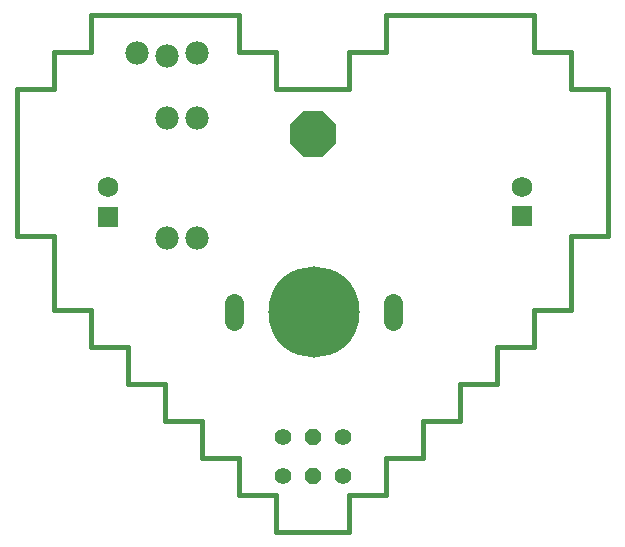
<source format=gts>
G75*
%MOIN*%
%OFA0B0*%
%FSLAX25Y25*%
%IPPOS*%
%LPD*%
%AMOC8*
5,1,8,0,0,1.08239X$1,22.5*
%
%ADD10C,0.01600*%
%ADD11C,0.06400*%
%ADD12C,0.30400*%
%ADD13R,0.06900X0.06900*%
%ADD14C,0.06900*%
%ADD15C,0.07800*%
%ADD16OC8,0.15400*%
%ADD17OC8,0.05600*%
%ADD18C,0.05600*%
D10*
X0087922Y0075619D02*
X0087922Y0087922D01*
X0075619Y0087922D01*
X0075619Y0100225D01*
X0063316Y0100225D01*
X0063316Y0124831D01*
X0051013Y0124831D01*
X0051013Y0174044D01*
X0063316Y0174044D01*
X0063316Y0186347D01*
X0075619Y0186347D01*
X0075619Y0198650D01*
X0124831Y0198650D01*
X0124831Y0186347D01*
X0137135Y0186347D01*
X0137135Y0174044D01*
X0161741Y0174044D01*
X0161741Y0186347D01*
X0174044Y0186347D01*
X0174044Y0198650D01*
X0223257Y0198650D01*
X0223257Y0186347D01*
X0235560Y0186347D01*
X0235560Y0174044D01*
X0247863Y0174044D01*
X0247863Y0124831D01*
X0235560Y0124831D01*
X0235560Y0100225D01*
X0223257Y0100225D01*
X0223257Y0087922D01*
X0210954Y0087922D01*
X0210954Y0075619D01*
X0198650Y0075619D01*
X0198650Y0063316D01*
X0186347Y0063316D01*
X0186347Y0051013D01*
X0174044Y0051013D01*
X0174044Y0038709D01*
X0161741Y0038709D01*
X0161741Y0026406D01*
X0137135Y0026406D01*
X0137135Y0038709D01*
X0124831Y0038709D01*
X0124831Y0051013D01*
X0112528Y0051013D01*
X0112528Y0063316D01*
X0100225Y0063316D01*
X0100225Y0075619D01*
X0087922Y0075619D01*
D11*
X0123322Y0096640D02*
X0123322Y0102640D01*
X0176322Y0102640D02*
X0176322Y0096640D01*
D12*
X0149822Y0099640D03*
D13*
X0081407Y0131260D03*
X0219339Y0131425D03*
D14*
X0219339Y0141424D03*
X0081407Y0141258D03*
D15*
X0101013Y0124103D03*
X0111013Y0124103D03*
X0111013Y0164103D03*
X0101013Y0164103D03*
X0101013Y0185080D03*
X0091013Y0186080D03*
X0111013Y0186080D03*
D16*
X0149538Y0158929D03*
D17*
X0149552Y0057876D03*
X0149552Y0044884D03*
D18*
X0139552Y0044884D03*
X0139552Y0057876D03*
X0159552Y0057876D03*
X0159552Y0044884D03*
M02*

</source>
